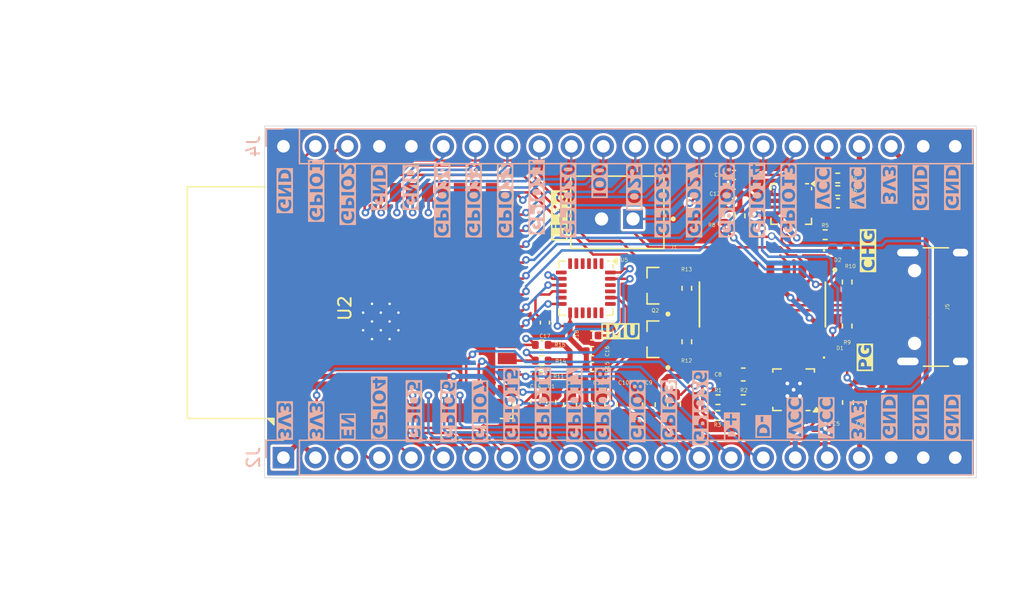
<source format=kicad_pcb>
(kicad_pcb (version 20241229) (generator "pcbnew") (generator_version "9.0")
  (layers (0 "F.Cu" signal) (2 "B.Cu" signal) (13 "F.Paste" user) (15 "B.Paste" user) (5 "F.SilkS" user "F.Silkscreen") (7 "B.SilkS" user "B.Silkscreen") (1 "F.Mask" user) (3 "B.Mask" user) (25 "Edge.Cuts" user))
  (net 0 "")
  (net 1 "GND")
  (net 2 "+3.3V")
  (net 3 "Net-(C4-Pad1)")
  (net 4 "Net-(U3-FB)")
  (net 5 "Net-(U3-VAUX)")
  (net 6 "VCC")
  (net 7 "/EN")
  (net 8 "Net-(U5-REGOUT)")
  (net 9 "Net-(U5-CPOUT)")
  (net 10 "Net-(D1-A)")
  (net 11 "Net-(D1-K)")
  (net 12 "Net-(D2-K)")
  (net 13 "Net-(D2-A)")
  (net 14 "/GPIO16")
  (net 15 "/GPIO9")
  (net 16 "/GPIO18")
  (net 17 "/GPIO17")
  (net 18 "/GPIO8")
  (net 19 "/GPIO12")
  (net 20 "/GPIO11")
  (net 21 "/GPIO5")
  (net 22 "/GPIO10")
  (net 23 "/GPIO4")
  (net 24 "/GPIO15")
  (net 25 "/GPIO25")
  (net 26 "/GPIO3")
  (net 27 "/GPIO7")
  (net 28 "/GPIO23")
  (net 29 "/GPIO24")
  (net 30 "/GPIO1")
  (net 31 "/GPIO0")
  (net 32 "/GPIO19")
  (net 33 "/GPIO20")
  (net 34 "/GPIO14")
  (net 35 "/TXD0")
  (net 36 "/GPIO26")
  (net 37 "/GPIO2")
  (net 38 "/RXD0")
  (net 39 "/GPIO21")
  (net 40 "/GPIO13")
  (net 41 "/GPIO27")
  (net 42 "/GPIO22")
  (net 43 "Net-(J5-CC2)")
  (net 45 "/D-")
  (net 47 "Net-(J5-CC1)")
  (net 48 "Net-(U3-L1)")
  (net 49 "Net-(U3-L2)")
  (net 50 "Net-(Q1-Pad1)")
  (net 51 "/RTS")
  (net 52 "/DTR")
  (net 53 "Net-(Q2-Pad1)")
  (net 54 "Net-(U3-PG)")
  (net 55 "Net-(U1-TS)")
  (net 56 "Net-(U1-ILIM)")
  (net 57 "Net-(U1-ISET)")
  (net 58 "/D+")
  (net 61 "/GPIO6")
  (net 64 "/OUT")
  (net 83 "/GPIO28")
  (footprint "Capacitor_SMD:C_0603_1608Metric" (layer "F.Cu") (at 164.75 81.75 90)
    (property "Reference" "C9")
    (property "Value" "22uF" (hide yes))
  )
  (footprint "Capacitor_SMD:C_0402_1005Metric" (layer "F.Cu") (at 171.52 63.501 180)
    (property "Reference" "C4")
    (property "Value" "4.7uF" (hide yes))
  )
  (footprint "Capacitor_SMD:C_0402_1005Metric" (layer "F.Cu") (at 171.5 65.001 180)
    (property "Reference" "C12")
    (property "Value" "4.7uF" (hide yes))
  )
  (footprint "Capacitor_SMD:C_0402_1005Metric" (layer "F.Cu") (at 155.75 81.5 -90)
    (property "Reference" "C14")
    (property "Value" "100nF" (hide yes))
  )
  (footprint "RF_Module:ESP32-S3-WROOM-1" (layer "F.Cu") (at 141.01 73.64 90)
    (property "Reference" "U2")
    (property "Value" "ESP32-S3-WROOM-1")
  )
  (footprint "Resistor_SMD:R_0402_1005Metric" (layer "F.Cu") (at 167.77 72.501 90)
    (property "Reference" "R13")
    (property "Value" "10K" (hide yes))
  )
  (footprint "Capacitor_SMD:C_0402_1005Metric" (layer "F.Cu") (at 156.5 75.23 -90)
    (property "Reference" "C17")
    (property "Value" "100nF" (hide yes))
  )
  (footprint "Capacitor_SMD:C_0603_1608Metric" (layer "F.Cu") (at 172.25 79.351 180)
    (property "Reference" "C8")
    (property "Value" "100nF" (hide yes))
  )
  (footprint "Resistor_SMD:R_0402_1005Metric" (layer "F.Cu") (at 156.25 77 180)
    (property "Reference" "R15")
    (property "Value" "10k" (hide yes))
  )
  (footprint "Capacitor_SMD:C_0603_1608Metric" (layer "F.Cu") (at 158.5 81.75 -90)
    (property "Reference" "C2")
    (property "Value" "22uF" (hide yes))
  )
  (footprint "Capacitor_SMD:C_0603_1608Metric" (layer "F.Cu") (at 179.625 81.576 -90)
    (property "Reference" "C5")
    (property "Value" "10uF" (hide yes))
  )
  (footprint "Capacitor_SMD:C_0402_1005Metric" (layer "F.Cu") (at 160.25 77.5 180)
    (property "Reference" "C16")
    (property "Value" "100nF" (hide yes))
  )
  (footprint "Capacitor_SMD:C_0603_1608Metric" (layer "F.Cu") (at 166.75 81.725 -90)
    (property "Reference" "C7")
    (property "Value" "10pF" (hide yes))
  )
  (footprint "CH340C:SOIC127P600X180-16N" (layer "F.Cu") (at 173.77 73.791 -90)
    (property "Reference" "U4" (hide yes))
    (property "Value" "CH340C" (hide yes))
  )
  (footprint "Capacitor_SMD:C_0402_1005Metric" (layer "F.Cu") (at 160.25 76.25 180)
    (property "Reference" "C18")
    (property "Value" "2.2nF" (hide yes))
  )
  (footprint "PCM_marbastlib-various:USB_C_Receptacle_HRO_TYPE-C-31-M-12" (layer "F.Cu") (at 188.45 73.991 90)
    (property "Reference" "J5")
    (property "Value" "USB_C_Receptacle_USB2.0_16P")
  )
  (footprint "SS8050-G:TRANS_SS8050-G" (layer "F.Cu") (at 165.26 72.301 180)
    (property "Reference" "Q2")
    (property "Value" "SS8050-G" (hide yes))
  )
  (footprint "Capacitor_SMD:C_0603_1608Metric" (layer "F.Cu") (at 162.75 81.76 90)
    (property "Reference" "C10")
    (property "Value" "22uF" (hide yes))
  )
  (footprint "SS8050-G:TRANS_SS8050-G" (layer "F.Cu") (at 165.26 76.551 180)
    (property "Reference" "Q1" (hide yes))
    (property "Value" "SS8050-G" (hide yes))
  )
  (footprint "Resistor_SMD:R_0402_1005Metric" (layer "F.Cu") (at 156.25 79.5 180)
    (property "Reference" "R11")
    (property "Value" "10K" (hide yes))
  )
  (footprint "Resistor_SMD:R_0402_1005Metric" (layer "F.Cu") (at 167.77 76.751 -90)
    (property "Reference" "R12")
    (property "Value" "10K" (hide yes))
  )
  (footprint "Resistor_SMD:R_0402_1005Metric" (layer "F.Cu") (at 170.24 81.351 180)
    (property "Reference" "R1")
    (property "Value" "620k" (hide yes))
  )
  (footprint "Resistor_SMD:R_0402_1005Metric" (layer "F.Cu") (at 179.75 63.75)
    (property "Reference" "R4")
    (property "Value" "10K" (hide yes))
  )
  (footprint "Resistor_SMD:R_0402_1005Metric" (layer "F.Cu") (at 180.5 75.501 -90)
    (property "Reference" "R9")
    (property "Value" "10K" (hide yes))
  )
  (footprint "Resistor_SMD:R_0402_1005Metric" (layer "F.Cu") (at 170.75 66.751 90)
    (property "Reference" "R8")
    (property "Value" "1.5K" (hide yes))
  )
  (footprint "Resistor_SMD:R_0402_1005Metric" (layer "F.Cu") (at 172 66.751 90)
    (property "Reference" "R7")
    (property "Value" "1.5K" (hide yes))
  )
  (footprint "Resistor_SMD:R_0402_1005Metric" (layer "F.Cu") (at 172.25 81.351)
    (property "Reference" "R2" (hide yes))
    (property "Value" "111k" (hide yes))
  )
  (footprint "Resistor_SMD:R_0402_1005Metric" (layer "F.Cu") (at 179.75 64.75 180)
    (property "Reference" "R6")
    (property "Value" "1.13K" (hide yes))
  )
  (footprint "Sensor_Motion:InvenSense_QFN-24_4x4mm_P0.5mm" (layer "F.Cu") (at 159.75 72.5 -90)
    (property "Reference" "U5")
    (property "Value" "MPU-6050" (hide yes))
  )
  (footprint "Capacitor_SMD:C_0402_1005Metric" (layer "F.Cu") (at 179.77 65.751 180)
    (property "Reference" "C3")
    (property "Value" "1uF" (hide yes))
  )
  (footprint "B2B-XH-A_LF__SN_:JST_B2B-XH-A_LF__SN_" (layer "F.Cu") (at 162.25 66.475)
    (property "Reference" "J1")
    (property "Value" "B2B-XH-A_LF__SN_" (hide yes))
  )
  (footprint "Capacitor_SMD:C_0402_1005Metric" (layer "F.Cu") (at 160.25 78.75 180)
    (property "Reference" "C15")
    (property "Value" "10uF" (hide yes))
  )
  (footprint "Capacitor_SMD:C_0603_1608Metric" (layer "F.Cu") (at 160.75 81.75 90)
    (property "Reference" "C11")
    (property "Value" "22uF" (hide yes))
  )
  (footprint "Resistor_SMD:R_0402_1005Metric" (layer "F.Cu") (at 180.5 72.011 90)
    (property "Reference" "R10")
    (property "Value" "10K" (hide yes))
  )
  (footprint "Package_DFN_QFN:VQFN-16-1EP_3x3mm_P0.5mm_EP1.6x1.6mm" (layer "F.Cu") (at 176.06 65.8135 -90)
    (property "Reference" "U1" (hide yes))
    (property "Value" "BQ24072RGT" (hide yes))
  )
  (footprint "LED_SMD:LED_0402_1005Metric_Pad0.77x0.64mm_HandSolder" (layer "F.Cu") (at 179.9275 69.501)
    (property "Reference" "D2")
    (property "Value" "LED" (hide yes))
  )
  (footprint "LED_SMD:LED_0402_1005Metric_Pad0.77x0.64mm_HandSolder" (layer "F.Cu") (at 179.9275 78.001)
    (property "Reference" "D1")
    (property "Value" "LED" (hide yes))
  )
  (footprint "Resistor_SMD:R_0402_1005Metric" (layer "F.Cu") (at 178.75 68.251 180)
    (property "Reference" "R5")
    (property "Value" "1.18K" (hide yes))
  )
  (footprint "Resistor_SMD:R_0402_1005Metric" (layer "F.Cu") (at 156.25 78.25 180)
    (property "Reference" "R14")
    (property "Value" "10k" (hide yes))
  )
  (footprint "Resistor_SMD:R_0402_1005Metric" (layer "F.Cu") (at 170.24 82.601 180)
    (property "Reference" "R3" (hide yes))
    (property "Value" "1M" (hide yes))
  )
  (footprint "Package_SON:Texas_S-PWSON-N10_ThermalVias" (layer "F.Cu") (at 176.25 80.561 180)
    (property "Reference" "U3" (hide yes))
    (property "Value" "TPS63060" (hide yes))
  )
  (footprint "Capacitor_SMD:C_0402_1005Metric" (layer "F.Cu") (at 157 81.5 -90)
    (property "Reference" "C1")
    (property "Value" "100nF" (hide yes))
  )
  (footprint "Inductor_SMD:L_0402_1005Metric" (layer "F.Cu") (at 176.285 83.601)
    (property "Reference" "L1")
    (property "Value" "1uH" (hide yes))
  )
  (footprint "Capacitor_SMD:C_0603_1608Metric" (layer "F.Cu") (at 181.5 81.576 -90)
    (property "Reference" "C6" (hide yes))
    (property "Value" "10uF" (hide yes))
  )
  (footprint "Connector_PinHeader_2.54mm:PinHeader_1x22_P2.54mm_Vertical" (layer "B.Cu") (at 135.74 61.23 -90)
    (property "Reference" "J4")
    (property "Value" "Conn_01x22")
  )
  (footprint "Connector_PinHeader_2.54mm:PinHeader_1x22_P2.54mm_Vertical" (layer "B.Cu") (at 135.74 85.95 -90)
    (property "Reference" "J2")
    (property "Value" "Conn_01x22")
  )
  (footprint "HackClub-branding:monaco" (layer "B.Cu") (at 171.5 74.75)
    (property "Reference" "G***" (hide yes))
    (property "Value" "LOGO" (hide yes))
  )
  (footprint "HackClub-branding:trlrizu" (layer "B.Cu") (at 143 73.75 90)
    (property "Reference" "G***" (hide yes))
    (property "Value" "LOGO" (hide yes))
  )
  (footprint "HackClub-branding:hackclub_logo" (layer "B.Cu") (at 149.25 73.75 90)
    (property "Reference" "G***" (hide yes))
    (property "Value" "LOGO" (hide yes))
  )
  (gr_line (start 190.75 85.56) (end 190.75 87.56) (stroke (width 0.05)) (layer "Edge.Cuts"))
  (gr_line (start 134.25 87.56) (end 134.25 59.62) (stroke (width 0.05)) (layer "Edge.Cuts"))
  (gr_line (start 188.25 59.62) (end 134.25 59.62) (stroke (width 0.05)) (layer "Edge.Cuts"))
  (gr_line (start 190.75 87.56) (end 134.25 87.56) (stroke (width 0.05)) (layer "Edge.Cuts"))
  (gr_line (start 190.75 59.62) (end 190.75 85.56) (stroke (width 0.05)) (layer "Edge.Cuts"))
  (gr_line (start 188.25 59.62) (end 190.75 59.62) (stroke (width 0.05)) (layer "Edge.Cuts"))
  (gr_text "Li-Po" (at 157.75 66.75 90) (layer "F.SilkS" knockout) (effects (font (size 1 1) (thickness 0.25) (bold yes))))
  (gr_text "R2\n" (at 172.3 80.6 0) (layer "F.SilkS") (effects (font (size 0.3 0.3) (thickness 0.0375))))
  (gr_text "C6\n" (at 181.5 83.251 0) (layer "F.SilkS") (effects (font (size 0.3 0.3) (thickness 0.0375))))
  (gr_text "PG\n" (at 182 78 90) (layer "F.SilkS" knockout) (effects (font (size 1 1) (thickness 0.25) (bold yes))))
  (gr_text "CHG\n" (at 182.25 69.5 90) (layer "F.SilkS" knockout) (effects (font (size 1 1) (thickness 0.25) (bold yes))))
  (gr_text "R3\n" (at 170.2 83.351 0) (layer "F.SilkS") (effects (font (size 0.3 0.3) (thickness 0.0375))))
  (gr_text "IMU" (at 162.5 76 0) (layer "F.SilkS" knockout) (effects (font (size 1 1) (thickness 0.25) (bold yes))))
  (gr_text "GPIO8" (at 163.75 82.25 270) (layer "B.SilkS" knockout) (effects (font (size 1 1) (thickness 0.25) (bold yes)) (justify mirror)))
  (gr_text "EN" (at 140.75 83.5 270) (layer "B.SilkS" knockout) (effects (font (size 1 1) (thickness 0.25) (bold yes)) (justify mirror)))
  (gr_text "GND\n" (at 143.25 64.5 270) (layer "B.SilkS" knockout) (effects (font (size 1 1) (thickness 0.25) (bold yes)) (justify mirror)))
  (gr_text "3V3\n" (at 138.25 83 270) (layer "B.SilkS" knockout) (effects (font (size 1 1) (thickness 0.25) (bold yes)) (justify mirror)))
  (gr_text "GPIO15\n" (at 153.75 81.75 270) (layer "B.SilkS" knockout) (effects (font (size 1 1) (thickness 0.25) (bold yes)) (justify mirror)))
  (gr_text "VCC\n" (at 178.5 64.5 270) (layer "B.SilkS" knockout) (effects (font (size 1 1) (thickness 0.25) (bold yes)) (justify mirror)))
  (gr_text "3V3\n" (at 183.75 64.25 270) (layer "B.SilkS" knockout) (effects (font (size 1 1) (thickness 0.25) (bold yes)) (justify mirror)))
  (gr_text "GPIO27\n" (at 168.25 65.5 270) (layer "B.SilkS" knockout) (effects (font (size 1 1) (thickness 0.25) (bold yes)) (justify mirror)))
  (gr_text "GPIO24\n" (at 148.25 65.5 270) (layer "B.SilkS" knockout) (effects (font (size 1 1) (thickness 0.25) (bold yes)) (justify mirror)))
  (gr_text "GPIO4\n" (at 143.25 82 270) (layer "B.SilkS" knockout) (effects (font (size 1 1) (thickness 0.25) (bold yes)) (justify mirror)))
  (gr_text "D+" (at 171.25 83.5 270) (layer "B.SilkS" knockout) (effects (font (size 1 1) (thickness 0.25) (bold yes)) (justify mirror)))
  (gr_text "GPIO14\n" (at 173.25 65.5 270) (layer "B.SilkS" knockout) (effects (font (size 1 1) (thickness 0.25) (bold yes)) (justify mirror)))
  (gr_text "GPIO1\n" (at 138.25 64.75 270) (layer "B.SilkS" knockout) (effects (font (size 1 1) (thickness 0.25) (bold yes)) (justify mirror)))
  (gr_text "GPIO17" (at 158.75 81.75 270) (layer "B.SilkS" knockout) (effects (font (size 1 1) (thickness 0.25) (bold yes)) (justify mirror)))
  (gr_text "3V3\n" (at 135.75 83 270) (layer "B.SilkS" knockout) (effects (font (size 1 1) (thickness 0.25) (bold yes)) (justify mirror)))
  (gr_text "GPIO26" (at 168.75 82 270) (layer "B.SilkS" knockout) (effects (font (size 1 1) (thickness 0.25) (bold yes)) (justify mirror)))
  (gr_text "GND\n" (at 188.75 82.75 270) (layer "B.SilkS" knockout) (effects (font (size 1 1) (thickness 0.25) (bold yes)) (justify mirror)))
  (gr_text "GPIO2\n" (at 140.75 65 270) (layer "B.SilkS" knockout) (effects (font (size 1 1) (thickness 0.25) (bold yes)) (justify mirror)))
  (gr_text "GPIO6\n" (at 148.75 82.25 270) (layer "B.SilkS" knockout) (effects (font (size 1 1) (thickness 0.25) (bold yes)) (justify mirror)))
  (gr_text "IO0" (at 160.75 64 270) (layer "B.SilkS" knockout) (effects (font (size 1 1) (thickness 0.25) (bold yes)) (justify mirror)))
  (gr_text "D-" (at 173.75 83.5 270) (layer "B.SilkS" knockout) (effects (font (size 1 1) (thickness 0.25) (bold yes)) (justify mirror)))
  (gr_text "GND\n" (at 135.75 64.75 270) (layer "B.SilkS" knockout) (effects (font (size 1 1) (thickness 0.25) (bold yes)) (justify mirror)))
  (gr_text "GND\n" (at 145.75 64.5 270) (layer "B.SilkS" knockout) (effects (font (size 1 1) (thickness 0.25) (bold yes)) (justify mirror)))
  (gr_text "GPIO5\n" (at 146 82.25 270) (layer "B.SilkS" knockout) (effects (font (size 1 1) (thickness 0.25) (bold yes)) (justify mirror)))
  (gr_text "GPIO19\n\n" (at 170 65.5 270) (layer "B.SilkS" knockout) (effects (font (size 1 1) (thickness 0.25) (bold yes)) (justify mirror)))
  (gr_text "GPIO20\n" (at 158.25 65.5 270) (layer "B.SilkS" knockout) (effects (font (size 1 1) (thickness 0.25) (bold yes)) (justify mirror)))
  (gr_text "GND\n" (at 183.75 82.75 270) (layer "B.SilkS" knockout) (effects (font (size 1 1) (thickness 0.25) (bold yes)) (justify mirror)))
  (gr_text "IO25\n" (at 163.5 64.5 270) (layer "B.SilkS" knockout) (effects (font (size 1 1) (thickness 0.25) (bold yes)) (justify mirror)))
  (gr_text "GPIO3" (at 166.25 82.25 270) (layer "B.SilkS" knockout) (effects (font (size 1 1) (thickness 0.25) (bold yes)) (justify mirror)))
  (gr_text "GPIO22\n" (at 153.25 65.5 270) (layer "B.SilkS" knockout) (effects (font (size 1 1) (thickness 0.25) (bold yes)) (justify mirror)))
  (gr_text "VCC\n" (at 181.25 64.5 270) (layer "B.SilkS" knockout) (effects (font (size 1 1) (thickness 0.25) (bold yes)) (justify mirror)))
  (gr_text "GPIO16" (at 156.25 81.75 270) (layer "B.SilkS" knockout) (effects (font (size 1 1) (thickness 0.25) (bold yes)) (justify mirror)))
  (gr_text "GPIO7\n" (at 151.25 82.25 270) (layer "B.SilkS" knockout) (effects (font (size 1 1) (thickness 0.25) (bold yes)) (justify mirror)))
  (gr_text "GPIO21" (at 155.75 65.25 270) (layer "B.SilkS" knockout) (effects (font (size 1 1) (thickness 0.25) (bold yes)) (justify mirror)))
  (gr_text "3V3" (at 181.25 83 270) (layer "B.SilkS" knockout) (effects (font (size 1 1) (thickness 0.25) (bold yes)) (justify mirror)))
  (gr_text "GND\n" (at 188.75 64.5 270) (layer "B.SilkS" knockout) (effects (font (size 1 1) (thickness 0.25) (bold yes)) (justify mirror)))
  (gr_text "GPIO13\n" (at 175.75 65.5 270) (layer "B.SilkS" knockout) (effects (font (size 1 1) (thickness 0.25) (bold yes)) (justify mirror)))
  (gr_text "GPIO23\n" (at 150.75 65.5 270) (layer "B.SilkS" knockout) (effects (font (size 1 1) (thickness 0.25) (bold yes)) (justify mirror)))
  (gr_text "GPIO18" (at 161 81.75 270) (layer "B.SilkS" knockout) (effects (font (size 1 1) (thickness 0.25) (bold yes)) (justify mirror)))
  (gr_text "GND\n" (at 186.25 82.75 270) (layer "B.SilkS" knockout) (effects (font (size 1 1) (thickness 0.25) (bold yes)) (justify mirror)))
  (gr_text "GPIO28\n" (at 165.75 65.5 270) (layer "B.SilkS" knockout) (effects (font (size 1 1) (thickness 0.25) (bold yes)) (justify mirror)))
  (gr_text "VCC" (at 176.25 82.75 270) (layer "B.SilkS" knockout) (effects (font (size 1 1) (thickness 0.25) (bold yes)) (justify mirror)))
  (gr_text "GND\n" (at 186.25 64.5 270) (layer "B.SilkS" knockout) (effects (font (size 1 1) (thickness 0.25) (bold yes)) (justify mirror)))
  (gr_text "VCC" (at 178.75 82.75 270) (layer "B.SilkS" knockout) (effects (font (size 1 1) (thickness 0.25) (bold yes)) (justify mirror)))
  (segment (start 159.77 77.5) (end 159.5 77.5) (width 0.4) (layer "F.Cu") (net 2))
  (segment (start 156.319 82.661) (end 157 81.98) (width 0.4) (layer "F.Cu") (net 2))
  (segment (start 162.26 82.535) (end 162.25 82.525) (width 0.4) (layer "F.Cu") (net 2))
  (segment (start 172.59176 82.601) (end 173.5 81.69276) (width 0.4) (layer "F.Cu") (net 2))
  (segment (start 156.79994 71.449997) (end 157.099943 71.75) (width 0.2) (layer "F.Cu") (net 2))
  (segment (start 162.75 82.535) (end 164.74 82.535) (width 0.4) (layer "F.Cu") (net 2))
  (segment (start 157.099943 71.75) (end 157.8 71.75) (width 0.2) (layer "F.Cu") (net 2))
  (segment (start 153.703523 81.65) (end 153.703523 82.35002) (width 0.4) (layer "F.Cu") (net 2))
  (segment (start 158.5 79.75) (end 158.5 80.975) (width 0.4) (layer "F.Cu") (net 2))
  (segment (start 159.75 81.525) (end 159.75 79.75) (width 0.4) (layer "F.Cu") (net 2))
  (segment (start 174.5 71.75) (end 174.5 71.136) (width 0.4) (layer "F.Cu") (net 2))
  (segment (start 138.28 85.95) (end 137.11 84.78) (width 0.4) (layer "F.Cu") (net 2))
  (segment (start 159.79 78.75) (end 159.79 77.5) (width 0.4) (layer "F.Cu") (net 2))
  (segment (start 159.5 77.5) (end 158.5 76.5) (width 0.4) (layer "F.Cu") (net 2))
  (segment (start 177.5 74.851) (end 177.6 74.851) (width 0.4) (layer "F.Cu") (net 2))
  (segment (start 165.874 79.876) (end 166.25 79.5) (width 0.4) (layer "F.Cu") (net 2))
  (segment (start 181.5 84.322) (end 181.5 85.91) (width 0.4) (layer "F.Cu") (net 2))
  (segment (start 166.547 84.322) (end 164.75 82.525) (width 0.4) (layer "F.Cu") (net 2))
  (segment (start 160.75 82.525) (end 159.75 81.525) (width 0.4) (layer "F.Cu") (net 2))
  (segment (start 137.11 84.25) (end 137.11 82.39) (width 0.4) (layer "F.Cu") (net 2))
  (segment (start 137.11 84.78) (end 137.11 84.25) (width 0.4) (layer "F.Cu") (net 2))
  (segment (start 173.939 81.061) (end 173.5 81.5) (width 0.2) (layer "F.Cu") (net 2))
  (segment (start 176 73.25) (end 174.5 71.75) (width 0.4) (layer "F.Cu") (net 2))
  (segment (start 153.703523 82.35002) (end 154.014503 82.661) (width 0.4) (layer "F.Cu") (net 2))
  (segment (start 156.75 78.25) (end 158.25 78.25) (width 0.4) (layer "F.Cu") (net 2))
  (segment (start 158.5 79.5) (end 158.5 78.5) (width 0.4) (layer "F.Cu") (net 2))
  (segment (start 167.89248 79.5) (end 169.54248 77.85) (width 0.4) (layer "F.Cu") (net 2))
  (segment (start 177.6 74.851) (end 178.215 75.466) (width 0.4) (layer "F.Cu") (net 2))
  (segment (start 158.25 78.25) (end 158.5 78.5) (width 0.4) (layer "F.Cu") (net 2))
  (segment (start 170.75 82.601) (end 172.59176 82.601) (width 0.4) (layer "F.Cu") (net 2))
  (segment (start 178.215 75.466) (end 178.215 76.541) (width 0.4) (layer "F.Cu") (net 2))
  (segment (start 177.4 77.85) (end 178.215 77.035) (width 0.4) (layer "F.Cu") (net 2))
  (segment (start 169.54248 77.85) (end 177.4 77.85) (width 0.4) (layer "F.Cu") (net 2))
  (segment (start 137.11 80.39) (end 137.11 82.39) (width 0.4) (layer "F.Cu") (net 2))
  (segment (start 138 79.5) (end 137.11 80.39) (width 0.4) (layer "F.Cu") (net 2))
  (segment (start 158.5 77.5) (end 158 77) (width 0.4) (layer "F.Cu") (net 2))
  (segment (start 158.5 80.975) (end 157.495 81.98) (width 0.4) (layer "F.Cu") (net 2))
  (segment (start 158.5 79.75) (end 159.75 79.75) (width 0.4) (layer "F.Cu") (net 2))
  (segment (start 162.25 82.525) (end 160.75 82.525) (width 0.4) (layer "F.Cu") (net 2))
  (segment (start 187.6 65) (end 184 61.4) (width 0.4) (layer "F.Cu") (net 2))
  (segment (start 156.748476 71.449997) (end 156.79994 71.449997) (width 0.2) (layer "F.Cu") (net 2))
  (segment (start 184.028 84.322) (end 187.6 80.75) (width 0.4) (layer "F.Cu") (net 2))
  (segment (start 158 77) (end 156.75 77) (width 0.4) (layer "F.Cu") (net 2))
  (segment (start 165.475 82.525) (end 165.874 82.126) (width 0.4) (layer "F.Cu") (net 2))
  (segment (start 174.49 81.061) (end 173.939 81.061) (width 0.2) (layer "F.Cu") (net 2))
  (segment (start 157.495 81.98) (end 157 81.98) (width 0.4) (layer "F.Cu") (net 2))
  (segment (start 181.5 84.322) (end 184.028 84.322) (width 0.4) (layer "F.Cu") (net 2))
  (segment (start 137.11 84.58) (end 137.11 84.25) (width 0.4) (layer "F.Cu") (net 2))
  (segment (start 166.25 79.5) (end 167.89248 79.5) (width 0.4) (layer "F.Cu") (net 2))
  (segment (start 164.75 82.525) (end 165.475 82.525) (width 0.4) (layer "F.Cu") (net 2))
  (segment (start 158.5 77.75) (end 158.5 77.5) (width 0.4) (layer "F.Cu") (net 2))
  (segment (start 187.6 80.75) (end 187.6 65) (width 0.4) (layer "F.Cu") (net 2))
  (segment (start 178.215 77.035) (end 178.215 76.541) (width 0.4) (layer "F.Cu") (net 2))
  (segment (start 156.76 79.5) (end 158.5 79.5) (width 0.4) (layer "F.Cu") (net 2))
  (segment (start 158.5 76.5) (end 158.5 75.25) (width 0.4) (layer "F.Cu") (net 2))
  (segment (start 158.5 77.75) (end 158.499 77.749) (width 0.4) (layer "F.Cu") (net 2))
  (segment (start 158.25 75.5) (end 158.5 75.25) (width 0.2) (layer "F.Cu") (net 2))
  (segment (start 158.5 74.45) (end 158.5 75.25) (width 0.2) (layer "F.Cu") (net 2))
  (segment (start 154.014503 82.661) (end 156.319 82.661) (width 0.4) (layer "F.Cu") (net 2))
  (segment (start 166.547 84.322) (end 181.5 84.322) (width 0.4) (layer "F.Cu") (net 2))
  (segment (start 149.25 79.5) (end 138 79.5) (width 0.4) (layer "F.Cu") (net 2))
  (segment (start 135.74 85.95) (end 137.11 84.58) (width 0.4) (layer "F.Cu") (net 2))
  (segment (start 165.874 82.126) (end 165.874 79.876) (width 0.4) (layer "F.Cu") (net 2))
  (segment (start 157.5 75.5) (end 158.25 75.5) (width 0.2) (layer "F.Cu") (net 2))
  (segment (start 170.75 81.351) (end 170.75 82.601) (width 0.4) (layer "F.Cu") (net 2))
  (segment (start 158.5 78.5) (end 158.5 77.75) (width 0.4) (layer "F.Cu") (net 2))
  (segment (start 173.5 81.69276) (end 173.5 81.5) (width 0.4) (layer "F.Cu") (net 2))
  (segment (start 156.748472 71.450001) (end 156.748476 71.449997) (width 0.2) (layer "F.Cu") (net 2))
  (via (at 177.5 74.851) (size 0.6) (drill 0.3) (layers "F.Cu" "B.Cu") (net 2))
  (via (at 153.703523 81.65) (size 0.6) (drill 0.3) (layers "F.Cu" "B.Cu") (net 2))
  (via (at 157.5 75.5) (size 0.6) (drill 0.3) (layers "F.Cu" "B.Cu") (net 2))
  (via (at 156.748472 71.450001) (size 0.6) (drill 0.3) (layers "F.Cu" "B.Cu") (net 2))
  (via (at 176 73.25) (size 0.6) (drill 0.3) (layers "F.Cu" "B.Cu") (net 2))
  (via (at 149.25 79.5) (size 0.6) (drill 0.3) (layers "F.Cu" "B.Cu") (net 2))
  (segment (start 153.703523 81.65) (end 153.622911 81.65) (width 0.4) (layer "B.Cu") (net 2))
  (segment (start 176.25 73.501) (end 176.25 73.5) (width 0.4) (layer "B.Cu") (net 2))
  (segment (start 177.5 74.751) (end 176.25 73.501) (width 0.4) (layer "B.Cu") (net 2))
  (segment (start 151.472911 79.5) (end 149.25 79.5) (width 0.4) (layer "B.Cu") (net 2))
  (segment (start 157.199997 71.449997) (end 157.5 71.75) (width 0.2) (layer "B.Cu") (net 2))
  (segment (start 157.5 71.75) (end 157.5 75.5) (width 0.2) (layer "B.Cu") (net 2))
  (segment (start 156.748472 71.450001) (end 156.748476 71.449997) (width 0.2) (layer "B.Cu") (net 2))
  (segment (start 176.25 73.5) (end 176 73.25) (width 0.4) (layer "B.Cu") (net 2))
  (segment (start 177.5 74.851) (end 177.5 74.751) (width 0.4) (layer "B.Cu") (net 2))
  (segment (start 156.748476 71.449997) (end 157.199997 71.449997) (width 0.2) (layer "B.Cu") (net 2))
  (segment (start 153.622911 81.65) (end 151.472911 79.5) (width 0.4) (layer "B.Cu") (net 2))
  (segment (start 176.31 64.376) (end 176.31 63.621) (width 0.2) (layer "F.Cu") (net 3))
  (segment (start 176.19 63.501) (end 172 63.501) (width 0.2) (layer "F.Cu") (net 3))
  (segment (start 172 63.501) (end 171.251 64.25) (width 0.2) (layer "F.Cu") (net 3))
  (segment (start 176.31 64.376) (end 175.81 64.376) (width 0.2) (layer "F.Cu") (net 3))
  (segment (start 169.5 64.25) (end 168 65.75) (width 0.2) (layer "F.Cu") (net 3))
  (segment (start 171.251 64.25) (end 169.5 64.25) (width 0.2) (layer "F.Cu") (net 3))
  (segment (start 176.31 63.621) (end 176.19 63.501) (width 0.2) (layer "F.Cu") (net 3))
  (via (at 168 65.75) (size 0.6) (drill 0.3) (layers "F.Cu" "B.Cu") (net 3))
  (segment (start 168 65.75) (end 166.75 67) (width 0.2) (layer "B.Cu") (net 3))
  (segment (start 166.75 67) (end 163.5 67) (width 0.2) (layer "B.Cu") (net 3))
  (segment (start 169.6 80.25) (end 169.85 80.5) (width 0.2) (layer "F.Cu") (net 4))
  (segment (start 171.74 81) (end 171.74 81.351) (width 0.2) (layer "F.Cu") (net 4))
  (segment (start 171.5 80.5) (end 170 80.5) (width 0.2) (layer "F.Cu") (net 4))
  (segment (start 169.73 80.77) (end 169.73 81.351) (width 0.2) (layer "F.Cu") (net 4))
  (segment (start 168 80.25) (end 167.3 80.95) (width 0.2) (layer "F.Cu") (net 4))
  (segment (start 174.049 80.5) (end 174.049 80.502) (width 0.2) (layer "F.Cu") (net 4))
  (segment (start 171.74 80.5) (end 171.5 80.5) (width 0.2) (layer "F.Cu") (net 4))
  (segment (start 174.431 80.502) (end 174.49 80.561) (width 0.2) (layer "F.Cu") (net 4))
  (segment (start 168.4 80.25) (end 168 80.25) (width 0.2) (layer "F.Cu") (net 4))
  (segment (start 167.3 80.95) (end 166.75 80.95) (width 0.2) (layer "F.Cu") (net 4))
  (segment (start 174.049 80.502) (end 174.431 80.502) (width 0.2) (layer "F.Cu") (net 4))
  (segment (start 171.74 80.5) (end 174.049 80.5) (width 0.2) (layer "F.Cu") (net 4))
  (segment (start 170 80.5) (end 169.73 80.77) (width 0.2) (layer "F.Cu") (net 4))
  (segment (start 171.74 81) (end 171.74 80.5) (width 0.2) (layer "F.Cu") (net 4))
  (segment (start 169.85 80.5) (end 171.5 80.5) (width 0.2) (layer "F.Cu") (net 4))
  (via (at 168.4 80.25) (size 0.6) (drill 0.3) (layers "F.Cu" "B.Cu") (net 4))
  (via (at 169.6 80.25) (size 0.6) (drill 0.3) (layers "F.Cu" "B.Cu") (net 4))
  (segment (start 168.4 80.25) (end 169.6 80.25) (width 0.2) (layer "B.Cu") (net 4))
  (segment (start 174.49 79.561) (end 173.235 79.561) (width 0.2) (layer "F.Cu") (net 5))
  (segment (start 174.685 64.501) (end 174.5 64.686) (width 0.2) (layer "F.Cu") (net 6))
  (segment (start 173.15 65.511) (end 172.64 65.001) (width 0.4) (layer "F.Cu") (net 6))
  (segment (start 178.5 80.801) (end 178.281 81.02) (width 0.4) (layer "F.Cu") (net 6))
  (segment (start 179.625 80.801) (end 178.5 80.801) (width 0.4) (layer "F.Cu") (net 6))
  (segment (start 178.209 80.801) (end 178.01 80.602) (width 0.4) (layer "F.Cu") (net 6))
  (segment (start 178.92 62.17) (end 178.92 61.23) (width 0.4) (layer "F.Cu") (net 6))
  (segment (start 186.771 66.922) (end 185.6 65.751) (width 0.4) (layer "F.Cu") (net 6))
  (segment (start 185.16 76.441) (end 186.1 75.501) (width 0.4) (layer "F.Cu") (net 6))
  (segment (start 184.405 76.441) (end 183.378 76.441) (width 0.4) (layer "F.Cu") (net 6))
  (segment (start 182.155 62.905) (end 181.46 62.21) (width 0.4) (layer "F.Cu") (net 6))
  (segment (start 172 66.241) (end 170.75 66.241) (width 0.4) (layer "F.Cu") (net 6))
  (segment (start 186.771 66.922) (end 186.771 74.83) (width 0.4) (layer "F.Cu") (net 6))
  (segment (start 186.771 80.329) (end 183.478 83.622) (width 0.4) (layer "F.Cu") (net 6))
  (segment (start 178.281 81.02) (end 178.01 81.02) (width 0.4) (layer "F.Cu") (net 6))
  (segment (start 186.771 66.922) (end 186.771 65.421) (width 0.4) (layer "F.Cu") (net 6))
  (segment (start 179.655 62.905) (end 178.92 62.17) (width 0.4) (layer "F.Cu") (net 6))
  (segment (start 182.867 80.801) (end 181.5 80.801) (width 0.4) (layer "F.Cu") (net 6))
  (segment (start 181.46 62.21) (end 181.46 61.23) (width 0.4) (layer "F.Cu") (net 6))
  (segment (start 176.31 67.251) (end 175.81 67.251) (width 0.2) (layer "F.Cu") (net 6))
  (segment (start 174.5 64.941) (end 174.6225 65.0635) (width 0.2) (layer "F.Cu") (net 6))
  (segment (start 183.378 76.441) (end 183.279 76.54) (width 0.4) (layer "F.Cu") (net 6))
  (segment (start 183.279 80.389) (end 182.867 80.801) (width 0.4) (layer "F.Cu") (net 6))
  (segment (start 186.771 65.421) (end 184.255 62.905) (width 0.4) (layer "F.Cu") (net 6))
  (segment (start 174.5 64.686) (end 174.5 64.941) (width 0.2) (layer "F.Cu") (net 6))
  (segment (start 179.9365 66.5635) (end 180.25 66.25) (width 0.2) (layer "F.Cu") (net 6))
  (segment (start 184.255 62.905) (end 179.655 62.905) (width 0.4) (layer "F.Cu") (net 6))
  (segment (start 173.15 66.611) (end 173.15 65.511) (width 0.4) (layer "F.Cu") (net 6))
  (segment (start 171.98 65.001) (end 171.98 66.221) (width 0.4) (layer "F.Cu") (net 6))
  (segment (start 186.1 72.44843) (end 185.19257 71.541) (width 0.4) (layer "F.Cu") (net 6))
  (segment (start 184.405 76.441) (end 185.16 76.441) (width 0.4) (layer "F.Cu") (net 6))
  (segment (start 175.81 67.811) (end 176.5 68.501) (width 0.2) (layer "F.Cu") (net 6))
  (segment (start 179.625 80.801) (end 181.5 80.801) (width 0.4) (layer "F.Cu") (net 6))
  (segment (start 178.5 80.801) (end 178.209 80.801) (width 0.4) (layer "F.Cu") (net 6))
  (segment (start 183.478 83.622) (end 178.75 83.622) (width 0.4) (layer "F.Cu") (net 6))
  (segment (start 180.25 66.25) (end 180.25 65.751) (width 0.2) (layer "F.Cu") (net 6))
  (segment (start 185.19257 71.541) (end 184.405 71.541) (width 0.4) (layer "F.Cu") (net 6))
  (segment (start 185.6 65.751) (end 180.25 65.751) (width 0.4) (layer "F.Cu") (net 6))
  (segment (start 186.1 75.501) (end 186.1 72.44843) (width 0.4) (layer "F.Cu") (net 6))
  (segment (start 186.771 74.83) (end 186.771 80.329) (width 0.4) (layer "F.Cu") (net 6))
  (segment (start 175.81 67.251) (end 175.81 67.811) (width 0.2) (layer "F.Cu") (net 6))
  (segment (start 172.64 65.001) (end 171.98 65.001) (width 0.4) (layer "F.Cu") (net 6))
  (segment (start 184.255 62.905) (end 182.155 62.905) (width 0.4) (layer "F.Cu") (net 6))
  (segment (start 177.4975 66.5635) (end 179.9365 66.5635) (width 0.2) (layer "F.Cu") (net 6))
  (segment (start 186.771 74.83) (end 186.1 75.501) (width 0.4) (layer "F.Cu") (net 6))
  (segment (start 183.279 76.54) (end 183.279 80.389) (width 0.4) (layer "F.Cu") (net 6))
  (via (at 174.685 64.501) (size 0.4) (drill 0.2) (layers "F.Cu" "B.Cu") (net 6))
  (via (at 176.5 68.501) (size 0.6) (drill 0.3) (layers "F.Cu" "B.Cu") (net 6))
  (via (at 178.75 83.622) (size 0.6) (drill 0.3) (layers "F.Cu" "B.Cu") (net 6))
  (via (at 173.15 66.611) (size 0.6) (drill 0.3) (layers "F.Cu" "B.Cu") (net 6))
  (segment (start 176.5 68.501) (end 175 67.001) (width 0.4) (layer "B.Cu") (net 6))
  (segment (start 177.378 83.622) (end 176.38 84.62) (width 0.4) (layer "B.Cu") (net 6))
  (segment (start 178.75 83.622) (end 178.75 85.78) (width 0.4) (layer "B.Cu") (net 6))
  (segment (start 174.61 66.611) (end 175 67.001) (width 0.4) (layer "B.Cu") (net 6))
  (segment (start 176.38 84.62) (end 176.38 85.95) (width 0.4) (layer "B.Cu") (net 6))
  (segment (start 178.75 83.622) (end 177.378 83.622) (width 0.4) (layer "B.Cu") (net 6))
  (segment (start 174.685 64.501) (end 174.75 64.566) (width 0.2) (layer "B.Cu") (net 6))
  (segment (start 173.15 66.611) (end 174.61 66.611) (width 0.4) (layer "B.Cu") (net 6))
  (segment (start 174.75 64.566) (end 174.75 66.751) (width 0.2) (layer "B.Cu") (net 6))
  (segment (start 174.75 66.751) (end 175 67.001) (width 0.2) (layer "B.Cu") (net 6))
  (segment (start 154.924998 81.575002) (end 155.48 81.02) (width 0.2) (layer "F.Cu") (net 7))
  (segment (start 161.75 79.051) (end 164.25 76.551) (width 0.2) (layer "F.Cu") (net 7))
  (segment (start 138.38 81) (end 138.38 82.39) (width 0.2) (layer "F.Cu") (net 7))
  (segment (start 161.75 81.65) (end 161.75 79.051) (width 0.2) (layer "F.Cu") (net 7))
  (segment (start 138.38 82.39) (end 138.38 83.51) (width 0.2) (layer "F.Cu") (net 7))
  (segment (start 155.48 81.02) (end 155.75 81.02) (width 0.2) (layer "F.Cu") (net 7))
  (segment (start 155.74 79.75) (end 155.74 81.01) (width 0.2) (layer "F.Cu") (net 7))
  (segment (start 138.38 83.51) (end 140.82 85.95) (width 0.2) (layer "F.Cu") (net 7))
  (segment (start 154.5 81.575002) (end 154.924998 81.575002) (width 0.2) (layer "F.Cu") (net 7))
  (via (at 138.38 81) (size 0.6) (drill 0.3) (layers "F.Cu" "B.Cu") (net 7))
  (via (at 154.5 81.575002) (size 0.6) (drill 0.3) (layers "F.Cu" "B.Cu") (net 7))
  (via (at 161.75 81.65) (size 0.6) (drill 0.3) (layers "F.Cu" "B.Cu") (net 7))
  (segment (start 154.5 81.575002) (end 151.823998 78.899) (width 0.2) (layer "B.Cu") (net 7))
  (segment (start 154.574998 81.65) (end 154.5 81.575002) (width 0.2) (layer "B.Cu") (net 7))
  (segment (start 138.38 80.37) (end 138.38 81) (width 0.2) (layer "B.Cu") (net 7))
  (segment (start 161.75 81.65) (end 154.574998 81.65) (width 0.2) (layer "B.Cu") (net 7))
  (segment (start 139.851 78.899) (end 138.38 80.37) (width 0.2) (layer "B.Cu") (net 7))
  (segment (start 151.823998 78.899) (end 139.851 78.899) (width 0.2) (layer "B.Cu") (net 7))
  (segment (start 157.8 72.75) (end 157.099943 72.75) (width 0.2) (layer "F.Cu") (net 8))
  (segment (start 156 74.75) (end 156.5 74.75) (width 0.2) (layer "F.Cu") (net 8))
  (segment (start 155.75 74.5) (end 156 74.75) (width 0.2) (layer "F.Cu") (net 8))
  (segment (start 156.849943 73) (end 156 73) (width 0.2) (layer "F.Cu") (net 8))
  (segment (start 155.75 73.25) (end 155.75 74.5) (width 0.2) (layer "F.Cu") (net 8))
  (segment (start 157.099943 72.75) (end 156.849943 73) (width 0.2) (layer "F.Cu") (net 8))
  (segment (start 156 73) (end 155.75 73.25) (width 0.2) (layer "F.Cu") (net 8))
  (segment (start 163 74) (end 162.25 73.25) (width 0.2) (layer "F.Cu") (net 9))
  (segment (start 162.25 73.25) (end 161.7 73.25) (width 0.2) (layer "F.Cu") (net 9))
  (segment (start 160.73 76.25) (end 162.25 76.25) (width 0.2) (layer "F.Cu") (net 9))
  (segment (start 162.25 76.25) (end 163 75.5) (width 0.2) (layer "F.Cu") (net 9))
  (segment (start 163 75.5) (end 163 74) (width 0.2) (layer "F.Cu") (net 9))
  (segment (start 174.5 68.3681) (end 174.451 68.4171) (width 0.2) (layer "F.Cu") (net 10))
  (segment (start 172.4161 68.4171) (end 172 68.001) (width 0.2) (layer "F.Cu") (net 10))
  (segment (start 174.451 68.4171) (end 172.4161 68.4171) (width 0.2) (layer "F.Cu") (net 10))
  (segment (start 180.5 78.001) (end 180.5 79.601) (width 0.2) (layer "F.Cu") (net 10))
  (segment (start 172 68.001) (end 172 67.261) (width 0.2) (layer "F.Cu") (net 10))
  (via (at 180.5 79.601) (size 0.6) (drill 0.3) (layers "F.Cu" "B.Cu") (net 10))
  (via (at 174.5 68.3681) (size 0.6) (drill 0.4) (layers "F.Cu" "B.Cu") (net 10))
  (segment (start 174.75 68.3681) (end 174.5 68.3681) (width 0.2) (layer "B.Cu") (net 10))
  (segment (start 180.5 79.601) (end 181.4 80.501) (width 0.2) (layer "B.Cu") (net 10))
  (segment (start 187.1 79.001) (end 187.1 69.251) (width 0.2) (layer "B.Cu") (net 10))
  (segment (start 185.6 80.501) (end 187.1 79.001) (width 0.2) (layer "B.Cu") (net 10))
  (segment (start 186.6 68.751) (end 183.6 68.751) (width 0.2) (layer "B.Cu") (net 10))
  (segment (start 175.4839 69.102) (end 174.75 68.3681) (width 0.2) (layer "B.Cu") (net 10))
  (segment (start 183.6 68.751) (end 183.249 69.102) (width 0.2) (layer "B.Cu") (net 10))
  (segment (start 181.4 80.501) (end 185.6 80.501) (width 0.2) (layer "B.Cu") (net 10))
  (segment (start 183.249 69.102) (end 175.4839 69.102) (width 0.2) (layer "B.Cu") (net 10))
  (segment (start 187.1 69.251) (end 186.6 68.751) (width 0.2) (layer "B.Cu") (net 10))
  (segment (start 173.9375 66.0635) (end 174.6225 66.0635) (width 0.2) (layer "F.Cu") (net 11))
  (segment (start 173.75 67.751) (end 173.75 66.251) (width 0.2) (layer "F.Cu") (net 11))
  (segment (start 173.75 66.251) (end 173.9375 66.0635) (width 0.2) (layer "F.Cu") (net 11))
  (segment (start 179.355 75.856) (end 179.355 78.001) (width 0.2) (layer "F.Cu") (net 11))
  (via (at 173.75 67.751) (size 0.6) (drill 0.3) (layers "F.Cu" "B.Cu") (net 11))
  (via (at 179.355 75.856) (size 0.6) (drill 0.3) (layers "F.Cu" "B.Cu") (net 11))
  (segment (start 179.25 70.251) (end 179.25 72.001) (width 0.2) (layer "B.Cu") (net 11))
  (segment (start 179.75 72.501) (end 179.75 75.461) (width 0.2) (layer "B.Cu") (net 11))
  (segment (start 179 70.001) (end 179.25 70.251) (width 0.2) (layer "B.Cu") (net 11))
  (segment (start 173.75 67.751) (end 173.75 69.501) (width 0.2) (layer "B.Cu") (net 11))
  (segment (start 179.75 75.461) (end 179.355 75.856) (width 0.2) (layer "B.Cu") (net 11))
  (segment (start 174.25 70.001) (end 179 70.001) (width 0.2) (layer "B.Cu") (net 11))
  (segment (start 173.75 69.501) (end 174.25 70.001) (width 0.2) (layer "B.Cu") (net 11))
  (segment (start 179.25 72.001) (end 179.75 72.501) (width 0.2) (layer "B.Cu") (net 11))
  (segment (start 175.31 67.251) (end 175.31 68.811) (width 0.2) (layer "F.Cu") (net 12))
  (segment (start 176 69.501) (end 179.355 69.501) (width 0.2) (layer "F.Cu") (net 12))
  (segment (start 175.31 68.811) (end 176 69.501) (width 0.2) (layer "F.Cu") (net 12))
  (segment (start 178.804 72.196) (end 178 72.196) (width 0.2) (layer "F.Cu") (net 13))
  (segment (start 180.5 69.501) (end 180.5 70.5) (width 0.2) (layer "F.Cu") (net 13))
  (segment (start 171.5 68.5) (end 170.75 67.75) (width 0.2) (layer "F.Cu") (net 13))
  (segment (start 170.75 67.75) (end 170.75 67.261) (width 0.2) (layer "F.Cu") (net 13))
  (segment (start 180.5 70.5) (end 178.804 72.196) (width 0.2) (layer "F.Cu") (net 13))
  (via (at 171.5 68.5) (size 0.6) (drill 0.3) (layers "F.Cu" "B.Cu") (net 13))
  (via (at 178 72.196) (size 0.6) (drill 0.3) (layers "F.Cu" "B.Cu") (net 13))
  (segment (start 176.804 71) (end 178 72.196) (width 0.2) (layer "B.Cu") (net 13))
  (segment (start 171.5 68.5) (end 174 71) (width 0.2) (layer "B.Cu") (net 13))
  (segment (start 174 71) (end 176.804 71) (width 0.2) (layer "B.Cu") (net 13))
  (segment (start 146 82.39) (end 146 81) (width 0.2) (layer "F.Cu") (net 14))
  (via (at 146 81) (size 0.6) (drill 0.3) (layers "F.Cu" "B.Cu") (net 14))
  (segment (start 154.86 84.75) (end 156.06 85.95) (width 0.2) (layer "B.Cu") (net 14))
  (segment (start 146.5 84.75) (end 154.86 84.75) (width 0.2) (layer "B.Cu") (net 14))
  (segment (start 146 84.25) (end 146.5 84.75) (width 0.2) (layer "B.Cu") (net 14))
  (segment (start 146 81) (end 146 84.25) (width 0.2) (layer "B.Cu") (net 14))
  (segment (start 155.24 77.75) (end 155.74 78.25) (width 0.2) (layer "F.Cu") (net 15))
  (segment (start 155.74 78.25) (end 153.765 78.25) (width 0.2) (layer "F.Cu") (net 15))
  (segment (start 163.25 71.75) (end 161.7 71.75) (width 0.2) (layer "F.Cu") (net 15))
  (segment (start 155.04 77.6) (end 155.19 77.75) (width 0.2) (layer "F.Cu") (net 15))
  (segment (start 155.19 77.75) (end 155.24 77.75) (width 0.2) (layer "F.Cu") (net 15))
  (via (at 163.25 71.75) (size 0.6) (drill 0.3) (layers "F.Cu" "B.Cu") (net 15))
  (via (at 155.04 77.6) (size 0.6) (drill 0.3) (layers "F.Cu" "B.Cu") (net 15))
  (segment (start 162.75 72.25) (end 162.75 75.25) (width 0.2) (layer "B.Cu") (net 15))
  (segment (start 162.75 75.25) (end 160.4 77.6) (width 0.2) (layer "B.Cu") (net 15))
  (segment (start 163.25 71.75) (end 162.75 72.25) (width 0.2) (layer "B.Cu") (net 15))
  (segment (start 160.4 77.6) (end 155.04 77.6) (width 0.2) (layer "B.Cu") (net 15))
  (segment (start 148.54 81.04) (end 148.5 81) (width 0.2) (layer "F.Cu") (net 16))
  (segment (start 148.54 82.39) (end 148.54 81.04) (width 0.2) (layer "F.Cu") (net 16))
  (via (at 148.5 81) (size 0.6) (drill 0.3) (layers "F.Cu" "B.Cu") (net 16))
  (segment (start 148.5 81) (end 148.5 83.75) (width 0.2) (layer "B.Cu") (net 16))
  (segment (start 148.5 83.75) (end 148.698 83.948) (width 0.2) (layer "B.Cu") (net 16))
  (segment (start 148.698 83.948) (end 159.138 83.948) (width 0.2) (layer "B.Cu") (net 16))
  (segment (start 159.138 83.948) (end 161.14 85.95) (width 0.2) (layer "B.Cu") (net 16))
  (segment (start 147.27 81.02) (end 147.25 81) (width 0.2) (layer "F.Cu") (net 17))
  (segment (start 147.27 82.39) (end 147.27 81.02) (width 0.2) (layer "F.Cu") (net 17))
  (via (at 147.25 81) (size 0.6) (drill 0.3) (layers "F.Cu" "B.Cu") (net 17))
  (segment (start 147.25 81) (end 147.25 83.9329) (width 0.2) (layer "B.Cu") (net 17))
  (segment (start 147.25 83.9329) (end 147.6661 84.349) (width 0.2) (layer "B.Cu") (net 17))
  (segment (start 147.6661 84.349) (end 156.999 84.349) (width 0.2) (layer "B.Cu") (net 17))
  (segment (start 156.999 84.349) (end 158.6 85.95) (width 0.2) (layer "B.Cu") (net 17))
  (segment (start 149.81 82.39) (end 149.81 81.06) (width 0.2) (layer "F.Cu") (net 18))
  (segment (start 149.81 81.06) (end 149.75 81) (width 0.2) (layer "F.Cu") (net 18))
  (via (at 149.75 81) (size 0.6) (drill 0.3) (layers "F.Cu" "B.Cu") (net 18))
  (segment (start 150.047 83.547) (end 161.277 83.547) (width 0.2) (layer "B.Cu") (net 18))
  (segment (start 149.75 83.25) (end 150.047 83.547) (width 0.2) (layer "B.Cu") (net 18))
  (segment (start 149.75 81) (end 149.75 83.25) (width 0.2) (layer "B.Cu") (net 18))
  (segment (start 161.277 83.547) (end 163.68 85.95) (width 0.2) (layer "B.Cu") (net 18))
  (segment (start 153.6 74.275) (end 154.725 74.275) (width 0.2) (layer "F.Cu") (net 19))
  (segment (start 154.725 74.275) (end 155 74) (width 0.2) (layer "F.Cu") (net 19))
  (segment (start 157.8 72.25) (end 156.75 72.25) (width 0.2) (layer "F.Cu") (net 19))
  (via (at 155 74) (size 0.6) (drill 0.3) (layers "F.Cu" "B.Cu") (net 19))
  (via (at 156.75 72.25) (size 0.6) (drill 0.3) (layers "F.Cu" "B.Cu") (net 19))
  (segment (start 155 74) (end 156.75 72.25) (width 0.2) (layer "B.Cu") (net 19))
  (segment (start 153.62 75.545) (end 154.705 75.545) (width 0.2) (layer "F.Cu") (net 20))
  (segment (start 157.8 73.75) (end 156.75 73.75) (width 0.2) (layer "F.Cu") (net 20))
  (segment (start 154.705 75.545) (end 155 75.25) (width 0.2) (layer "F.Cu") (net 20))
  (via (at 156.75 73.75) (size 0.6) (drill 0.3) (layers "F.Cu" "B.Cu") (net 20))
  (via (at 155 75.25) (size 0.6) (drill 0.3) (layers "F.Cu" "B.Cu") (net 20))
  (segment (start 156.75 73.75) (end 156.5 73.75) (width 0.2) (layer "B.Cu") (net 20))
  (segment (start 156.5 73.75) (end 155 75.25) (width 0.2) (layer "B.Cu") (net 20))
  (segment (start 144.749 84.799) (end 145.9 85.95) (width 0.2) (layer "F.Cu") (net 21))
  (segment (start 142.0941 84.799) (end 144.749 84.799) (width 0.2) (layer "F.Cu") (net 21))
  (segment (start 140.92 82.39) (end 140.92 83.6249) (width 0.2) (layer "F.Cu") (net 21))
  (segment (start 140.92 83.6249) (end 142.0941 84.799) (width 0.2) (layer "F.Cu") (net 21))
  (segment (start 155.74 77) (end 153.785 77) (width 0.2) (layer "F.Cu") (net 22))
  (segment (start 162.800003 70.949997) (end 162.5 71.25) (width 0.2) (layer "F.Cu") (net 22))
  (segment (start 155 76.5) (end 155.24 76.5) (width 0.2) (layer "F.Cu") (net 22))
  (segment (start 162.5 71.25) (end 161.7 71.25) (width 0.2) (layer "F.Cu") (net 22))
  (segment (start 155.24 76.5) (end 155.74 77) (width 0.2) (layer "F.Cu") (net 22))
  (segment (start 163.25 70.949997) (end 162.800003 70.949997) (width 0.2) (layer "F.Cu") (net 22))
  (via (at 163.25 70.949997) (size 0.6) (drill 0.3) (layers "F.Cu" "B.Cu") (net 22))
  (via (at 155 76.5) (size 0.6) (drill 0.3) (layers "F.Cu" "B.Cu") (net 22))
  (segment (start 163.20006 70.949997) (end 162.349 71.801057) (width 0.2) (layer "B.Cu") (net 22))
  (segment (start 161.683957 75.748943) (end 159.001057 75.748943) (width 0.2) (layer "B.Cu") (net 22))
  (segment (start 159.001057 75.748943) (end 158.25 76.5) (width 0.2) (layer "B.Cu") (net 22))
  (segment (start 162.349 75.0839) (end 161.683957 75.748943) (width 0.2) (layer "B.Cu") (net 22))
  (segment (start 158.25 76.5) (end 155 76.5) (width 0.2) (layer "B.Cu") (net 22))
  (segment (start 162.349 71.801057) (end 162.349 75.0839) (width 0.2) (layer "B.Cu") (net 22))
  (segment (start 163.25 70.949997) (end 163.20006 70.949997) (width 0.2) (layer "B.Cu") (net 22))
  (segment (start 139.75 83.75) (end 140.24776 83.75) (width 0.2) (layer "F.Cu") (net 23))
  (segment (start 139.65 83.65) (end 139.75 83.75) (width 0.2) (layer "F.Cu") (net 23))
  (segment (start 142.44776 85.95) (end 143.36 85.95) (width 0.2) (layer "F.Cu") (net 23))
  (segment (start 139.65 82.39) (end 139.65 83.65) (width 0.2) (layer "F.Cu") (net 23))
  (segment (start 140.24776 83.75) (end 142.44776 85.95) (width 0.2) (layer "F.Cu") (net 23))
  (segment (start 144.73 83.34) (end 144.986 83.596) (width 0.2) (layer "F.Cu") (net 24))
  (segment (start 151.166 83.596) (end 153.52 85.95) (width 0.2) (layer "F.Cu") (net 24))
  (segment (start 144.73 82.39) (end 144.73 83.34) (width 0.2) (layer "F.Cu") (net 24))
  (segment (start 144.986 83.596) (end 151.166 83.596) (width 0.2) (layer "F.Cu") (net 24))
  (segment (start 154.845 66.655) (end 155 66.5) (width 0.2) (layer "F.Cu") (net 25))
  (segment (start 153.6 66.655) (end 154.845 66.655) (width 0.2) (layer "F.Cu") (net 25))
  (via (at 155 66.5) (size 0.6) (drill 0.3) (layers "F.Cu" "B.Cu") (net 25))
  (segment (start 161.901 64.849) (end 163.68 63.07) (width 0.2) (layer "B.Cu") (net 25))
  (segment (start 163.68 63.07) (end 163.68 61.23) (width 0.2) (layer "B.Cu") (net 25))
  (segment (start 156.651 64.849) (end 161.901 64.849) (width 0.2) (layer "B.Cu") (net 25))
  (segment (start 155 66.5) (end 156.651 64.849) (width 0.2) (layer "B.Cu") (net 25))
  (segment (start 154.625 80.625) (end 154.75 80.75) (width 0.2) (layer "F.Cu") (net 26))
  (segment (start 153.6 80.625) (end 154.625 80.625) (width 0.2) (layer "F.Cu") (net 26))
  (via (at 154.75 80.75) (size 0.6) (drill 0.3) (layers "F.Cu" "B.Cu") (net 26))
  (segment (start 161.699943 80.75) (end 166.22 85.270057) (width 0.2) (layer "B.Cu") (net 26))
  (segment (start 154.75 80.75) (end 161.699943 80.75) (width 0.2) (layer "B.Cu") (net 26))
  (segment (start 143.46 83.71) (end 143.747 83.997) (width 0.2) (layer "F.Cu") (net 27))
  (segment (start 143.747 83.997) (end 149.027 83.997) (width 0.2) (layer "F.Cu") (net 27))
  (segment (start 143.46 82.39) (end 143.46 83.71) (width 0.2) (layer "F.Cu") (net 27))
  (segment (start 149.027 83.997) (end 150.98 85.95) (width 0.2) (layer "F.Cu") (net 27))
  (segment (start 143.46 64.89) (end 143.46 66.46) (width 0.2) (layer "F.Cu") (net 28))
  (segment (start 143.46 66.46) (end 143.5 66.5) (width 0.2) (layer "F.Cu") (net 28))
  (via (at 143.5 66.5) (size 0.6) (drill 0.3) (layers "F.Cu" "B.Cu") (net 28))
  (segment (start 150.401 63.099) (end 146.651 63.099) (width 0.2) (layer "B.Cu") (net 28))
  (segment (start 150.98 62.52) (end 150.401 63.099) (width 0.2) (layer "B.Cu") (net 28))
  (segment (start 143.5 66.25) (end 143.5 66.5) (width 0.2) (layer "B.Cu") (net 28))
  (segment (start 146.651 63.099) (end 143.5 66.25) (width 0.2) (layer "B.Cu") (net 28))
  (segment (start 150.98 61.23) (end 150.98 62.52) (width 0.2) (layer "B.Cu") (net 28))
  (segment (start 142.19 66.44) (end 142.25 66.5) (width 0.2) (layer "F.Cu") (net 29))
  (segment (start 142.19 64.89) (end 142.19 66.44) (width 0.2) (layer "F.Cu") (net 29))
  (via (at 142.25 66.5) (size 0.6) (drill 0.3) (layers "F.Cu" "B.Cu") (net 29))
  (segment (start 147.802 62.698) (end 146.302 62.698) (width 0.2) (layer "B.Cu") (net 29))
  (segment (start 142.851 65.899) (end 142.25 66.5) (width 0.2) (layer "B.Cu") (net 29))
  (segment (start 143.101 65.899) (end 142.851 65.899) (width 0.2) (layer "B.Cu") (net 29))
  (segment (start 148.44 61.23) (end 148.44 62.06) (width 0.2) (layer "B.Cu") (net 29))
  (segment (start 146.302 62.698) (end 143.101 65.899) (width 0.2) (layer "B.Cu") (net 29))
  (segment (start 148.44 62.06) (end 147.802 62.698) (width 0.2) (layer "B.Cu") (net 29))
  (segment (start 137.11 62.4) (end 138.28 61.23) (width 0.2) (layer "F.Cu") (net 30))
  (segment (start 137.11 64.89) (end 137.11 62.4) (width 0.2) (layer "F.Cu") (net 30))
  (segment (start 152.35 64.89) (end 154.14 64.89) (width 0.2) (layer "F.Cu") (net 31))
  (segment (start 154.14 64.89) (end 154.75 65.5) (width 0.2) (layer "F.Cu") (net 31))
  (segment (start 164.5339 71.351) (end 166.27 71.351) (width 0.2) (layer "F.Cu") (net 31))
  (segment (start 160.324 69.824) (end 163.0069 69.824) (width 0.2) (layer "F.Cu") (net 31))
  (segment (start 152.35 64.89) (end 155.39 64.89) (width 0.2) (layer "F.Cu") (net 31))
  (segment (start 155.39 64.89) (end 160.324 69.824) (width 0.2) (layer "F.Cu") (net 31))
  (segment (start 163.0069 69.824) (end 164.5339 71.351) (width 0.2) (layer "F.Cu") (net 31))
  (via (at 154.75 65.5) (size 0.6) (drill 0.3) (layers "F.Cu" "B.Cu") (net 31))
  (segment (start 154.75 65.5) (end 156 64.25) (width 0.2) (layer "B.Cu") (net 31))
  (segment (start 161.14 62.86) (end 161.14 61.23) (width 0.2) (layer "B.Cu") (net 31))
  (segment (start 156 64.25) (end 159.75 64.25) (width 0.2) (layer "B.Cu") (net 31))
  (segment (start 159.75 64.25) (end 161.14 62.86) (width 0.2) (layer "B.Cu") (net 31))
  (segment (start 153.6 70.465) (end 154.785 70.465) (width 0.2) (layer "F.Cu") (net 32))
  (segment (start 154.785 70.465) (end 155 70.25) (width 0.2) (layer "F.Cu") (net 32))
  (via (at 155 70.25) (size 0.6) (drill 0.3) (layers "F.Cu" "B.Cu") (net 32))
  (segment (start 167.25 68.5) (end 171.25 64.5) (width 0.2) (layer "B.Cu") (net 32))
  (segment (start 155 70.25) (end 155.643528 70.25) (width 0.2) (layer "B.Cu") (net 32))
  (segment (start 157.393528 68.5) (end 167.25 68.5) (width 0.2) (layer "B.Cu") (net 32))
  (segment (start 171.25 64.5) (end 171.25 61.28) (width 0.2) (layer "B.Cu") (net 32))
  (segment (start 155.643528 70.25) (end 157.393528 68.5) (width 0.2) (layer "B.Cu") (net 32))
  (segment (start 147.27 66.23) (end 147.27 64.89) (width 0.2) (layer "F.Cu") (net 33))
  (segment (start 147.25 66.25) (end 147.27 66.23) (width 0.2) (layer "F.Cu") (net 33))
  (segment (start 147.25 66.5) (end 147.25 66.25) (width 0.2) (layer "F.Cu") (net 33))
  (via (at 147.25 66.5) (size 0.6) (drill 0.3) (layers "F.Cu" "B.Cu") (net 33))
  (segment (start 158.6 62.9) (end 158.6 61.23) (width 0.2) (layer "B.Cu") (net 33))
  (segment (start 155.8339 63.849) (end 157.651 63.849) (width 0.2) (layer "B.Cu") (net 33))
  (segment (start 155.1829 64.5) (end 155.8339 63.849) (width 0.2) (layer "B.Cu") (net 33))
  (segment (start 157.651 63.849) (end 158.6 62.9) (width 0.2) (layer "B.Cu") (net 33))
  (segment (start 147.25 65.5) (end 148.25 64.5) (width 0.2) (layer "B.Cu") (net 33))
  (segment (start 147.25 66.5) (end 147.25 65.5) (width 0.2) (layer "B.Cu") (net 33))
  (segment (start 148.25 64.5) (end 155.1829 64.5) (width 0.2) (layer "B.Cu") (net 33))
  (segment (start 154.765 71.735) (end 155 71.5) (width 0.2) (layer "F.Cu") (net 34))
  (segment (start 153.6 71.735) (end 154.765 71.735) (width 0.2) (layer "F.Cu") (net 34))
  (via (at 155 71.5) (size 0.6) (drill 0.3) (layers "F.Cu" "B.Cu") (net 34))
  (segment (start 168.289396 69) (end 173.84 63.449396) (width 0.2) (layer "B.Cu") (net 34))
  (segment (start 173.84 63.449396) (end 173.84 61.23) (width 0.2) (layer "B.Cu") (net 34))
  (segment (start 155 71.460628) (end 157.460628 69) (width 0.2) (layer "B.Cu") (net 34))
  (segment (start 157.460628 69) (end 168.289396 69) (width 0.2) (layer "B.Cu") (net 34))
  (segment (start 155 71.5) (end 155 71.460628) (width 0.2) (layer "B.Cu") (net 34))
  (segment (start 163.5746 68.0885) (end 160.0885 68.0885) (width 0.2) (layer "F.Cu") (net 35))
  (segment (start 139.65 63.85) (end 139.65 64.89) (width 0.2) (layer "F.Cu") (net 35))
  (segment (start 176.945 71.041) (end 176.945 70.386001) (width 0.2) (layer "F.Cu") (net 35))
  (segment (start 160.0885 68.0885) (end 154.75 62.75) (width 0.2) (layer "F.Cu") (net 35))
  (segment (start 140.75 62.75) (end 139.65 63.85) (width 0.2) (layer "F.Cu") (net 35))
  (segment (start 175.8339 69.902) (end 175.1819 69.25) (width 0.2) (layer "F.Cu") (net 35))
  (segment (start 176.460999 69.902) (end 175.8339 69.902) (width 0.2) (layer "F.Cu") (net 35))
  (segment (start 154.75 62.75) (end 140.75 62.75) (width 0.2) (layer "F.Cu") (net 35))
  (segment (start 176.945 70.386001) (end 176.460999 69.902) (width 0.2) (layer "F.Cu") (net 35))
  (segment (start 175.1819 69.25) (end 164.7361 69.25) (width 0.2) (layer "F.Cu") (net 35))
  (segment (start 164.7361 69.25) (end 163.5746 68.0885) (width 0.2) (layer "F.Cu") (net 35))
  (segment (start 153.6 79.355) (end 154.825 79.355) (width 0.2) (layer "F.Cu") (net 36))
  (segment (start 154.825 79.355) (end 154.97 79.5) (width 0.2) (layer "F.Cu") (net 36))
  (via (at 154.97 79.5) (size 0.6) (drill 0.3) (layers "F.Cu" "B.Cu") (net 36))
  (segment (start 162.31 79.5) (end 168.76 85.95) (width 0.2) (layer "B.Cu") (net 36))
  (segment (start 154.97 79.5) (end 162.31 79.5) (width 0.2) (layer "B.Cu") (net 36))
  (segment (start 138.38 64.89) (end 138.38 63.12) (width 0.2) (layer "F.Cu") (net 37))
  (segment (start 138.38 63.12) (end 140.27 61.23) (width 0.2) (layer "F.Cu") (net 37))
  (segment (start 163.651 69.901) (end 162.5 68.75) (width 0.2) (layer "F.Cu") (net 38))
  (segment (start 175.675 70.386001) (end 175.189999 69.901) (width 0.2) (layer "F.Cu") (net 38))
  (segment (start 162.5 68.75) (end 160 68.75) (width 0.2) (layer "F.Cu") (net 38))
  (segment (start 141.25 63.5) (end 140.92 63.83) (width 0.2) (layer "F.Cu") (net 38))
  (segment (start 160 68.75) (end 154.75 63.5) (width 0.2) (layer "F.Cu") (net 38))
  (segment (start 140.92 63.83) (end 140.92 64.89) (width 0.2) (layer "F.Cu") (net 38))
  (segment (start 154.75 63.5) (end 141.25 63.5) (width 0.2) (layer "F.Cu") (net 38))
  (segment (start 175.675 71.041) (end 175.675 70.386001) (width 0.2) (layer "F.Cu") (net 38))
  (segment (start 146 64.89) (end 146 66.5) (width 0.2) (layer "F.Cu") (net 39))
  (via (at 146 66.5) (size 0.6) (drill 0.3) (layers "F.Cu" "B.Cu") (net 39))
  (segment (start 146 65.75) (end 147.75 64) (width 0.2) (layer "B.Cu") (net 39))
  (segment (start 147.75 64) (end 155 64) (width 0.2) (layer "B.Cu") (net 39))
  (segment (start 146 66.5) (end 146 65.75) (width 0.2) (layer "B.Cu") (net 39))
  (segment (start 156.06 62.94) (end 156.06 61.23) (width 0.2) (layer "B.Cu") (net 39))
  (segment (start 155 64) (end 156.06 62.94) (width 0.2) (layer "B.Cu") (net 39))
  (segment (start 153.6 73.005) (end 154.745 73.005) (width 0.2) (layer "F.Cu") (net 40))
  (segment (start 154.745 73.005) (end 155 72.75) (width 0.2) (layer "F.Cu") (net 40))
  (via (at 155 72.75) (size 0.6) (drill 0.3) (layers "F.Cu" "B.Cu") (net 40))
  (segment (start 176.38 61.894572) (end 168.774572 69.5) (width 0.2) (layer "B.Cu") (net 40))
  (segment (start 168.774572 69.5) (end 157.849944 69.5) (width 0.2) (layer "B.Cu") (net 40))
  (segment (start 157.849944 69.5) (end 155 72.349944) (width 0.2) (layer "B.Cu") (net 40))
  (segment (start 155 72.349944) (end 155 72.75) (width 0.2) (layer "B.Cu") (net 40))
  (segment (start 154.805 69.195) (end 155 69) (width 0.2) (layer "F.Cu") (net 41))
  (segment (start 153.6 69.195) (end 154.805 69.195) (width 0.2) (layer "F.Cu") (net 41))
  (via (at 155 69) (size 0.6) (drill 0.3) (layers "F.Cu" "B.Cu") (net 41))
  (segment (start 166.3385 65.9115) (end 158.0885 65.9115) (width 0.2) (layer "B.Cu") (net 41))
  (segment (start 158.0885 65.9115) (end 155 69) (width 0.2) (layer "B.Cu") (net 41))
  (segment (start 168.76 61.23) (end 168.76 63.49) (width 0.2) (layer "B.Cu") (net 41))
  (segment (start 168.76 63.49) (end 166.3385 65.9115) (width 0.2) (layer "B.Cu") (net 41))
  (segment (start 144.73 64.89) (end 144.73 66.48) (width 0.2) (layer "F.Cu") (net 42))
  (segment (start 144.73 66.48) (end 144.75 66.5) (width 0.2) (layer "F.Cu") (net 42))
  (via (at 144.75 66.5) (size 0.6) (drill 0.3) (layers "F.Cu" "B.Cu") (net 42))
  (segment (start 147 63.5) (end 152.75 63.5) (width 0.2) (layer "B.Cu") (net 42))
  (segment (start 152.75 63.5) (end 153.52 62.73) (width 0.2) (layer "B.Cu") (net 42))
  (segment (start 144.75 66.5) (end 144.75 65.75) (width 0.2) (layer "B.Cu") (net 42))
  (segment (start 153.52 62.73) (end 153.52 61.23) (width 0.2) (layer "B.Cu") (net 42))
  (segment (start 144.75 65.75) (end 147 63.5) (width 0.2) (layer "B.Cu") (net 42))
  (segment (start 183.36 72.241) (end 184.405 72.241) (width 0.2) (layer "F.Cu") (net 43))
  (segment (start 180.5 72.521) (end 183.08 72.521) (width 0.2) (layer "F.Cu") (net 43))
  (segment (start 183.08 72.521) (end 183.36 72.241) (width 0.2) (layer "F.Cu") (net 43))
  (segment (start 172.275 72.433501) (end 172.275 73.776) (width 0.2) (layer "F.Cu") (net 45))
  (segment (start 183.1 74.25) (end 183.1 74.413) (width 0.2) (layer "F.Cu") (net 45))
  (segment (start 151.08 81.17) (end 151.08 82.39) (width 0.2) (layer "F.Cu") (net 45))
  (segment (start 183.428 74.741) (end 184.405 74.741) (width 0.2) (layer "F.Cu") (net 45))
  (segment (start 171.865 72.023501) (end 172.275 72.433501) (width 0.2) (layer "F.Cu") (net 45))
  (segment (start 172.275 73.776) (end 172.75 74.251) (width 0.2) (layer "F.Cu") (net 45))
  (segment (start 171.865 71.041) (end 171.865 72.023501) (width 0.2) (layer "F.Cu") (net 45))
  (segment (start 184.405 73.741) (end 183.457 73.741) (width 0.2) (layer "F.Cu") (net 45))
  (segment (start 183.457 73.741) (end 183.1 74.098) (width 0.2) (layer "F.Cu") (net 45))
  (segment (start 183.099 74.251) (end 183.1 74.25) (width 0.2) (layer "F.Cu") (net 45))
  (segment (start 150.75 77.75) (end 150.25 78.25) (width 0.2) (layer "F.Cu") (net 45))
  (segment (start 183.1 74.413) (end 183.428 74.741) (width 0.2) (layer "F.Cu") (net 45))
  (segment (start 150.25 78.25) (end 150.25 80.34) (width 0.2) (layer "F.Cu") (net 45))
  (segment (start 183.1 74.098) (end 183.1 74.25) (width 0.2) (layer "F.Cu") (net 45))
  (segment (start 172.75 74.251) (end 183.099 74.251) (width 0.2) (layer "F.Cu") (net 45))
  (segment (start 150.25 80.34) (end 151.08 81.17) (width 0.2) (layer "F.Cu") (net 45))
  (via (at 150.75 77.75) (size 0.6) (drill 0.3) (layers "F.Cu" "B.Cu") (net 45))
  (segment (start 151 77.5) (end 154.090057 77.5) (width 0.2) (layer "B.Cu") (net 45))
  (segment (start 154.939057 78.349) (end 165.649057 78.349) (width 0.2) (layer "B.Cu") (net 45))
  (segment (start 154.090057 77.5) (end 154.939057 78.349) (width 0.2) (layer "B.Cu") (net 45))
  (segment (start 150.75 77.75) (end 151 77.5) (width 0.2) (layer "B.Cu") (net 45))
  (segment (start 165.649057 78.349) (end 173.250057 85.95) (width 0.2) (layer "B.Cu") (net 45))
  (segment (start 183.3609 75.241) (end 183.1109 74.991) (width 0.2) (layer "F.Cu") (net 47))
  (segment (start 183.1109 74.991) (end 180.5 74.991) (width 0.2) (layer "F.Cu") (net 47))
  (segment (start 184.405 75.241) (end 183.3609 75.241) (width 0.2) (layer "F.Cu") (net 47))
  (segment (start 178.01 81.561) (end 178.01 83.046) (width 0.2) (layer "F.Cu") (net 48))
  (segment (start 178.01 83.046) (end 177.455 83.601) (width 0.2) (layer "F.Cu") (net 48))
  (segment (start 177.455 83.601) (end 176.77 83.601) (width 0.2) (layer "F.Cu") (net 48))
  (segment (start 174.49 81.561) (end 174.49 82.926) (width 0.2) (layer "F.Cu") (net 49))
  (segment (start 175.165 83.601) (end 175.8 83.601) (width 0.2) (layer "F.Cu") (net 49))
  (segment (start 174.49 82.926) (end 175.165 83.601) (width 0.2) (layer "F.Cu") (net 49))
  (segment (start 167.53 77.501) (end 167.77 77.261) (width 0.2) (layer "F.Cu") (net 50))
  (segment (start 166.27 77.501) (end 167.53 77.501) (width 0.2) (layer "F.Cu") (net 50))
  (segment (start 167.77 73.501) (end 166.27 75.001) (width 0.2) (layer "F.Cu") (net 51))
  (segment (start 167.77 73.011) (end 167.77 73.501) (width 0.2) (layer "F.Cu") (net 51))
  (segment (start 168.78 73.011) (end 170.421 74.652) (width 0.2) (layer "F.Cu") (net 51))
  (segment (start 175.675 75.886001) (end 175.675 76.541) (width 0.2) (layer "F.Cu") (net 51))
  (segment (start 167.77 73.011) (end 168.78 73.011) (width 0.2) (layer "F.Cu") (net 51))
  (segment (start 170.421 74.652) (end 174.440999 74.652) (width 0.2) (layer "F.Cu") (net 51))
  (segment (start 174.440999 74.652) (end 175.675 75.886001) (width 0.2) (layer "F.Cu") (net 51))
  (segment (start 166.27 75.001) (end 166.27 75.601) (width 0.2) (layer "F.Cu") (net 51))
  (segment (start 167.77 75.751) (end 167.77 76.241) (width 0.2) (layer "F.Cu") (net 52))
  (segment (start 173.77 75.251) (end 168.27 75.251) (width 0.2) (layer "F.Cu") (net 52))
  (segment (start 174.405 75.886) (end 173.77 75.251) (width 0.2) (layer "F.Cu") (net 52))
  (segment (start 164.25 75.249) (end 164.25 72.301) (width 0.2) (layer "F.Cu") (net 52))
  (segment (start 165.242 76.241) (end 164.25 75.249) (width 0.2) (layer "F.Cu") (net 52))
  (segment (start 165.242 76.241) (end 167.77 76.241) (width 0.2) (layer "F.Cu") (net 52))
  (segment (start 168.27 75.251) (end 167.77 75.751) (width 0.2) (layer "F.Cu") (net 52))
  (segment (start 174.405 76.541) (end 174.405 75.886) (width 0.2) (layer "F.Cu") (net 52))
  (segment (start 166.78 71.991) (end 166.27 72.501) (width 0.2) (layer "F.Cu") (net 53))
  (segment (start 166.27 72.501) (end 166.27 73.251) (width 0.2) (layer "F.Cu") (net 53))
  (segment (start 167.77 71.991) (end 166.78 71.991) (width 0.2) (layer "F.Cu") (net 53))
  (segment (start 169 82.351) (end 169.25 82.601) (width 0.2) (layer "F.Cu") (net 54))
  (segment (start 178.01 78.861) (end 177.5 78.351) (width 0.2) (layer "F.Cu") (net 54))
  (segment (start 169.25 82.601) (end 169.73 82.601) (width 0.2) (layer "F.Cu") (net 54))
  (segment (start 177.5 78.351) (end 169.75 78.351) (width 0.2) (layer "F.Cu") (net 54))
  (segment (start 169.75 78.351) (end 169 79.101) (width 0.2) (layer "F.Cu") (net 54))
  (segment (start 178.01 79.561) (end 178.01 78.861) (width 0.2) (layer "F.Cu") (net 54))
  (segment (start 169 79.101) (end 169 82.351) (width 0.2) (layer "F.Cu") (net 54))
  (segment (start 176.81 64.376) (end 177.436 63.75) (width 0.2) (layer "F.Cu") (net 55))
  (segment (start 177.436 63.75) (end 179.24 63.75) (width 0.2) (layer "F.Cu") (net 55))
  (segment (start 176.81 67.811) (end 176.81 67.251) (width 0.2) (layer "F.Cu") (net 56))
  (segment (start 177.25 68.251) (end 176.81 67.811) (width 0.2) (layer "F.Cu") (net 56))
  (segment (start 178.24 68.251) (end 177.25 68.251) (width 0.2) (layer "F.Cu") (net 56))
  (segment (start 179.24 64.75) (end 178.75 64.75) (width 0.2) (layer "F.Cu") (net 57))
  (segment (start 178.75 64.75) (end 178.4365 65.0635) (width 0.2) (layer "F.Cu") (net 57))
  (segment (start 178.4365 65.0635) (end 177.4975 65.0635) (width 0.2) (layer "F.Cu") (net 57))
  (segment (start 152.35 81.35) (end 151.25 80.25) (width 0.2) (layer "F.Cu") (net 58))
  (segment (start 184.405 73.241) (end 185.382 73.241) (width 0.2) (layer "F.Cu") (net 58))
  (segment (start 151.25 80.25) (end 151.25 78.549) (width 0.2) (layer "F.Cu") (net 58))
  (segment (start 172.9161 73.85) (end 172.725 73.6589) (width 0.2) (layer "F.Cu") (net 58))
  (segment (start 182.751 73.85) (end 172.9161 73.85) (width 0.2) (layer "F.Cu") (net 58))
  (segment (start 173.135 72.0235) (end 173.135 71.041) (width 0.2) (layer "F.Cu") (net 58))
  (segment (start 172.725 73.6589) (end 172.725 72.4335) (width 0.2) (layer "F.Cu") (net 58))
  (segment (start 183.36 73.241) (end 182.751 73.85) (width 0.2) (layer "F.Cu") (net 58))
  (segment (start 185.382 74.241) (end 184.405 74.241) (width 0.2) (layer "F.Cu") (net 58))
  (segment (start 151.25 78.549) (end 151.5 78.299) (width 0.2) (layer "F.Cu") (net 58))
  (segment (start 185.431 73.29) (end 185.431 74.192) (width 0.2) (layer "F.Cu") (net 58))
  (segment (start 152.35 82.39) (end 152.35 81.35) (width 0.2) (layer "F.Cu") (net 58))
  (segment (start 185.382 73.241) (end 185.431 73.29) (width 0.2) (layer "F.Cu") (net 58))
  (segment (start 172.725 72.4335) (end 173.135 72.0235) (width 0.2) (layer "F.Cu") (net 58))
  (segment (start 185.431 74.192) (end 185.382 74.241) (width 0.2) (layer "F.Cu") (net 58))
  (segment (start 184.405 73.241) (end 183.36 73.241) (width 0.2) (layer "F.Cu") (net 58))
  (via (at 151.5 78.299) (size 0.6) (drill 0.3) (layers "F.Cu" "B.Cu") (net 58))
  (segment (start 151.791098 78.299) (end 152.242098 78.75) (width 0.2) (layer "B.Cu") (net 58))
  (segment (start 152.242098 78.75) (end 164.1 78.75) (width 0.2) (layer "B.Cu") (net 58))
  (segment (start 164.1 78.75) (end 171.3 85.95) (width 0.2) (layer "B.Cu") (net 58))
  (segment (start 151.5 78.299) (end 151.791098 78.299) (width 0.2) (layer "B.Cu") (net 58))
  (segment (start 142.642886 84.398) (end 146.888 84.398) (width 0.2) (layer "F.Cu") (net 61))
  (segment (start 146.888 84.398) (end 148.44 85.95) (width 0.2) (layer "F.Cu") (net 61))
  (segment (start 142.19 82.39) (end 142.19 83.945114) (width 0.2) (layer "F.Cu") (net 61))
  (segment (start 142.19 83.945114) (end 142.642886 84.398) (width 0.2) (layer "F.Cu") (net 61))
  (segment (start 153.6 67.925) (end 154.825 67.925) (width 0.2) (layer "F.Cu") (net 83))
  (segment (start 154.825 67.925) (end 155 67.75) (width 0.2) (layer "F.Cu") (net 83))
  (via (at 155 67.75) (size 0.6) (drill 0.3) (layers "F.Cu" "B.Cu") (net 83))
  (segment (start 166.22 63.53) (end 166.22 61.23) (width 0.2) (layer "B.Cu") (net 83))
  (segment (start 157.5 65.25) (end 164.5 65.25) (width 0.2) (layer "B.Cu") (net 83))
  (segment (start 164.5 65.25) (end 166.22 63.53) (width 0.2) (layer "B.Cu") (net 83))
  (segment (start 155 67.75) (end 157.5 65.25) (width 0.2) (layer "B.Cu") (net 83))
  (zone (net 1) (net_name "GND") (layers "F.Cu" "B.Cu") (connect_pads yes (clearance 0.2)) (min_thickness 0.15) (fill yes (thermal_gap 0.5) (thermal_bridge_width 0.5))
    (polygon (pts (xy 194.487488 57.011567) (xy 194.561097 90.57) (xy 132.572117 90.57) (xy 132.43 57.01)))
  )
  (zone (net 0) (net_name "") (layers "F.Cu" "B.Cu") (connect_pads yes (clearance 0)) (min_thickness 0.15)
    (keepout (tracks allowed) (vias allowed) (pads allowed) (copperpour not_allowed) (footprints allowed))
    (fill (thermal_gap 0.5) (thermal_bridge_width 0.5))
    (polygon (pts (xy 157 69.75) (xy 162.5 69.75) (xy 162.5 75.25) (xy 157 75.25)))
  )
)
</source>
